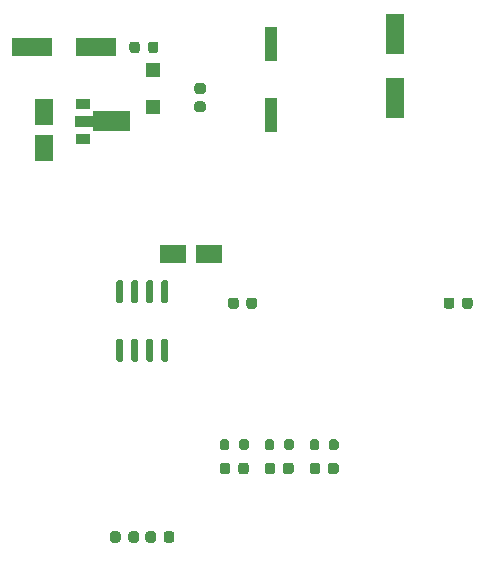
<source format=gbr>
%TF.GenerationSoftware,KiCad,Pcbnew,(5.1.10)-1*%
%TF.CreationDate,2022-02-04T19:33:21+09:00*%
%TF.ProjectId,Power,506f7765-722e-46b6-9963-61645f706362,rev?*%
%TF.SameCoordinates,Original*%
%TF.FileFunction,Paste,Bot*%
%TF.FilePolarity,Positive*%
%FSLAX46Y46*%
G04 Gerber Fmt 4.6, Leading zero omitted, Abs format (unit mm)*
G04 Created by KiCad (PCBNEW (5.1.10)-1) date 2022-02-04 19:33:21*
%MOMM*%
%LPD*%
G01*
G04 APERTURE LIST*
%ADD10R,3.500000X1.600000*%
%ADD11R,1.600000X2.200000*%
%ADD12R,1.600000X3.500000*%
%ADD13R,2.200000X1.600000*%
%ADD14R,1.000000X3.000000*%
%ADD15R,1.220000X1.150000*%
%ADD16R,1.300000X0.900000*%
%ADD17C,0.100000*%
G04 APERTURE END LIST*
D10*
%TO.C,C1*%
X-17300000Y22650000D03*
X-11900000Y22650000D03*
%TD*%
D11*
%TO.C,C2*%
X-16350000Y17150000D03*
X-16350000Y14150000D03*
%TD*%
D12*
%TO.C,C3*%
X13400000Y23800000D03*
X13400000Y18400000D03*
%TD*%
D13*
%TO.C,C4*%
X-2350000Y5150000D03*
X-5350000Y5150000D03*
%TD*%
D14*
%TO.C,C5*%
X2900000Y16900000D03*
X2900000Y22900000D03*
%TD*%
%TO.C,C6*%
G36*
G01*
X-2850000Y18725000D02*
X-3350000Y18725000D01*
G75*
G02*
X-3575000Y18950000I0J225000D01*
G01*
X-3575000Y19400000D01*
G75*
G02*
X-3350000Y19625000I225000J0D01*
G01*
X-2850000Y19625000D01*
G75*
G02*
X-2625000Y19400000I0J-225000D01*
G01*
X-2625000Y18950000D01*
G75*
G02*
X-2850000Y18725000I-225000J0D01*
G01*
G37*
G36*
G01*
X-2850000Y17175000D02*
X-3350000Y17175000D01*
G75*
G02*
X-3575000Y17400000I0J225000D01*
G01*
X-3575000Y17850000D01*
G75*
G02*
X-3350000Y18075000I225000J0D01*
G01*
X-2850000Y18075000D01*
G75*
G02*
X-2625000Y17850000I0J-225000D01*
G01*
X-2625000Y17400000D01*
G75*
G02*
X-2850000Y17175000I-225000J0D01*
G01*
G37*
%TD*%
%TO.C,C8*%
G36*
G01*
X-5275000Y-18550000D02*
X-5275000Y-19050000D01*
G75*
G02*
X-5500000Y-19275000I-225000J0D01*
G01*
X-5950000Y-19275000D01*
G75*
G02*
X-6175000Y-19050000I0J225000D01*
G01*
X-6175000Y-18550000D01*
G75*
G02*
X-5950000Y-18325000I225000J0D01*
G01*
X-5500000Y-18325000D01*
G75*
G02*
X-5275000Y-18550000I0J-225000D01*
G01*
G37*
G36*
G01*
X-6825000Y-18550000D02*
X-6825000Y-19050000D01*
G75*
G02*
X-7050000Y-19275000I-225000J0D01*
G01*
X-7500000Y-19275000D01*
G75*
G02*
X-7725000Y-19050000I0J225000D01*
G01*
X-7725000Y-18550000D01*
G75*
G02*
X-7500000Y-18325000I225000J0D01*
G01*
X-7050000Y-18325000D01*
G75*
G02*
X-6825000Y-18550000I0J-225000D01*
G01*
G37*
%TD*%
%TO.C,C9*%
G36*
G01*
X-9175000Y-19050000D02*
X-9175000Y-18550000D01*
G75*
G02*
X-8950000Y-18325000I225000J0D01*
G01*
X-8500000Y-18325000D01*
G75*
G02*
X-8275000Y-18550000I0J-225000D01*
G01*
X-8275000Y-19050000D01*
G75*
G02*
X-8500000Y-19275000I-225000J0D01*
G01*
X-8950000Y-19275000D01*
G75*
G02*
X-9175000Y-19050000I0J225000D01*
G01*
G37*
G36*
G01*
X-10725000Y-19050000D02*
X-10725000Y-18550000D01*
G75*
G02*
X-10500000Y-18325000I225000J0D01*
G01*
X-10050000Y-18325000D01*
G75*
G02*
X-9825000Y-18550000I0J-225000D01*
G01*
X-9825000Y-19050000D01*
G75*
G02*
X-10050000Y-19275000I-225000J0D01*
G01*
X-10500000Y-19275000D01*
G75*
G02*
X-10725000Y-19050000I0J225000D01*
G01*
G37*
%TD*%
%TO.C,C11*%
G36*
G01*
X7075000Y-12750000D02*
X7075000Y-13250000D01*
G75*
G02*
X6850000Y-13475000I-225000J0D01*
G01*
X6400000Y-13475000D01*
G75*
G02*
X6175000Y-13250000I0J225000D01*
G01*
X6175000Y-12750000D01*
G75*
G02*
X6400000Y-12525000I225000J0D01*
G01*
X6850000Y-12525000D01*
G75*
G02*
X7075000Y-12750000I0J-225000D01*
G01*
G37*
G36*
G01*
X8625000Y-12750000D02*
X8625000Y-13250000D01*
G75*
G02*
X8400000Y-13475000I-225000J0D01*
G01*
X7950000Y-13475000D01*
G75*
G02*
X7725000Y-13250000I0J225000D01*
G01*
X7725000Y-12750000D01*
G75*
G02*
X7950000Y-12525000I225000J0D01*
G01*
X8400000Y-12525000D01*
G75*
G02*
X8625000Y-12750000I0J-225000D01*
G01*
G37*
%TD*%
%TO.C,C12*%
G36*
G01*
X4825000Y-12750000D02*
X4825000Y-13250000D01*
G75*
G02*
X4600000Y-13475000I-225000J0D01*
G01*
X4150000Y-13475000D01*
G75*
G02*
X3925000Y-13250000I0J225000D01*
G01*
X3925000Y-12750000D01*
G75*
G02*
X4150000Y-12525000I225000J0D01*
G01*
X4600000Y-12525000D01*
G75*
G02*
X4825000Y-12750000I0J-225000D01*
G01*
G37*
G36*
G01*
X3275000Y-12750000D02*
X3275000Y-13250000D01*
G75*
G02*
X3050000Y-13475000I-225000J0D01*
G01*
X2600000Y-13475000D01*
G75*
G02*
X2375000Y-13250000I0J225000D01*
G01*
X2375000Y-12750000D01*
G75*
G02*
X2600000Y-12525000I225000J0D01*
G01*
X3050000Y-12525000D01*
G75*
G02*
X3275000Y-12750000I0J-225000D01*
G01*
G37*
%TD*%
%TO.C,C13*%
G36*
G01*
X1025000Y-12750000D02*
X1025000Y-13250000D01*
G75*
G02*
X800000Y-13475000I-225000J0D01*
G01*
X350000Y-13475000D01*
G75*
G02*
X125000Y-13250000I0J225000D01*
G01*
X125000Y-12750000D01*
G75*
G02*
X350000Y-12525000I225000J0D01*
G01*
X800000Y-12525000D01*
G75*
G02*
X1025000Y-12750000I0J-225000D01*
G01*
G37*
G36*
G01*
X-525000Y-12750000D02*
X-525000Y-13250000D01*
G75*
G02*
X-750000Y-13475000I-225000J0D01*
G01*
X-1200000Y-13475000D01*
G75*
G02*
X-1425000Y-13250000I0J225000D01*
G01*
X-1425000Y-12750000D01*
G75*
G02*
X-1200000Y-12525000I225000J0D01*
G01*
X-750000Y-12525000D01*
G75*
G02*
X-525000Y-12750000I0J-225000D01*
G01*
G37*
%TD*%
%TO.C,C20*%
G36*
G01*
X17525000Y750000D02*
X17525000Y1250000D01*
G75*
G02*
X17750000Y1475000I225000J0D01*
G01*
X18200000Y1475000D01*
G75*
G02*
X18425000Y1250000I0J-225000D01*
G01*
X18425000Y750000D01*
G75*
G02*
X18200000Y525000I-225000J0D01*
G01*
X17750000Y525000D01*
G75*
G02*
X17525000Y750000I0J225000D01*
G01*
G37*
G36*
G01*
X19075000Y750000D02*
X19075000Y1250000D01*
G75*
G02*
X19300000Y1475000I225000J0D01*
G01*
X19750000Y1475000D01*
G75*
G02*
X19975000Y1250000I0J-225000D01*
G01*
X19975000Y750000D01*
G75*
G02*
X19750000Y525000I-225000J0D01*
G01*
X19300000Y525000D01*
G75*
G02*
X19075000Y750000I0J225000D01*
G01*
G37*
%TD*%
%TO.C,C21*%
G36*
G01*
X825000Y750000D02*
X825000Y1250000D01*
G75*
G02*
X1050000Y1475000I225000J0D01*
G01*
X1500000Y1475000D01*
G75*
G02*
X1725000Y1250000I0J-225000D01*
G01*
X1725000Y750000D01*
G75*
G02*
X1500000Y525000I-225000J0D01*
G01*
X1050000Y525000D01*
G75*
G02*
X825000Y750000I0J225000D01*
G01*
G37*
G36*
G01*
X-725000Y750000D02*
X-725000Y1250000D01*
G75*
G02*
X-500000Y1475000I225000J0D01*
G01*
X-50000Y1475000D01*
G75*
G02*
X175000Y1250000I0J-225000D01*
G01*
X175000Y750000D01*
G75*
G02*
X-50000Y525000I-225000J0D01*
G01*
X-500000Y525000D01*
G75*
G02*
X-725000Y750000I0J225000D01*
G01*
G37*
%TD*%
D15*
%TO.C,D1*%
X-7100000Y20700000D03*
X-7100000Y17600000D03*
%TD*%
%TO.C,FB1*%
G36*
G01*
X-9075000Y22393750D02*
X-9075000Y22906250D01*
G75*
G02*
X-8856250Y23125000I218750J0D01*
G01*
X-8418750Y23125000D01*
G75*
G02*
X-8200000Y22906250I0J-218750D01*
G01*
X-8200000Y22393750D01*
G75*
G02*
X-8418750Y22175000I-218750J0D01*
G01*
X-8856250Y22175000D01*
G75*
G02*
X-9075000Y22393750I0J218750D01*
G01*
G37*
G36*
G01*
X-7500000Y22393750D02*
X-7500000Y22906250D01*
G75*
G02*
X-7281250Y23125000I218750J0D01*
G01*
X-6843750Y23125000D01*
G75*
G02*
X-6625000Y22906250I0J-218750D01*
G01*
X-6625000Y22393750D01*
G75*
G02*
X-6843750Y22175000I-218750J0D01*
G01*
X-7281250Y22175000D01*
G75*
G02*
X-7500000Y22393750I0J218750D01*
G01*
G37*
%TD*%
%TO.C,R5*%
G36*
G01*
X7825000Y-11275000D02*
X7825000Y-10725000D01*
G75*
G02*
X8025000Y-10525000I200000J0D01*
G01*
X8425000Y-10525000D01*
G75*
G02*
X8625000Y-10725000I0J-200000D01*
G01*
X8625000Y-11275000D01*
G75*
G02*
X8425000Y-11475000I-200000J0D01*
G01*
X8025000Y-11475000D01*
G75*
G02*
X7825000Y-11275000I0J200000D01*
G01*
G37*
G36*
G01*
X6175000Y-11275000D02*
X6175000Y-10725000D01*
G75*
G02*
X6375000Y-10525000I200000J0D01*
G01*
X6775000Y-10525000D01*
G75*
G02*
X6975000Y-10725000I0J-200000D01*
G01*
X6975000Y-11275000D01*
G75*
G02*
X6775000Y-11475000I-200000J0D01*
G01*
X6375000Y-11475000D01*
G75*
G02*
X6175000Y-11275000I0J200000D01*
G01*
G37*
%TD*%
%TO.C,R6*%
G36*
G01*
X4025000Y-11275000D02*
X4025000Y-10725000D01*
G75*
G02*
X4225000Y-10525000I200000J0D01*
G01*
X4625000Y-10525000D01*
G75*
G02*
X4825000Y-10725000I0J-200000D01*
G01*
X4825000Y-11275000D01*
G75*
G02*
X4625000Y-11475000I-200000J0D01*
G01*
X4225000Y-11475000D01*
G75*
G02*
X4025000Y-11275000I0J200000D01*
G01*
G37*
G36*
G01*
X2375000Y-11275000D02*
X2375000Y-10725000D01*
G75*
G02*
X2575000Y-10525000I200000J0D01*
G01*
X2975000Y-10525000D01*
G75*
G02*
X3175000Y-10725000I0J-200000D01*
G01*
X3175000Y-11275000D01*
G75*
G02*
X2975000Y-11475000I-200000J0D01*
G01*
X2575000Y-11475000D01*
G75*
G02*
X2375000Y-11275000I0J200000D01*
G01*
G37*
%TD*%
%TO.C,R7*%
G36*
G01*
X225000Y-11275000D02*
X225000Y-10725000D01*
G75*
G02*
X425000Y-10525000I200000J0D01*
G01*
X825000Y-10525000D01*
G75*
G02*
X1025000Y-10725000I0J-200000D01*
G01*
X1025000Y-11275000D01*
G75*
G02*
X825000Y-11475000I-200000J0D01*
G01*
X425000Y-11475000D01*
G75*
G02*
X225000Y-11275000I0J200000D01*
G01*
G37*
G36*
G01*
X-1425000Y-11275000D02*
X-1425000Y-10725000D01*
G75*
G02*
X-1225000Y-10525000I200000J0D01*
G01*
X-825000Y-10525000D01*
G75*
G02*
X-625000Y-10725000I0J-200000D01*
G01*
X-625000Y-11275000D01*
G75*
G02*
X-825000Y-11475000I-200000J0D01*
G01*
X-1225000Y-11475000D01*
G75*
G02*
X-1425000Y-11275000I0J200000D01*
G01*
G37*
%TD*%
%TO.C,RN1*%
G36*
G01*
X-5945000Y-3950000D02*
X-6245000Y-3950000D01*
G75*
G02*
X-6395000Y-3800000I0J150000D01*
G01*
X-6395000Y-2150000D01*
G75*
G02*
X-6245000Y-2000000I150000J0D01*
G01*
X-5945000Y-2000000D01*
G75*
G02*
X-5795000Y-2150000I0J-150000D01*
G01*
X-5795000Y-3800000D01*
G75*
G02*
X-5945000Y-3950000I-150000J0D01*
G01*
G37*
G36*
G01*
X-7215000Y-3950000D02*
X-7515000Y-3950000D01*
G75*
G02*
X-7665000Y-3800000I0J150000D01*
G01*
X-7665000Y-2150000D01*
G75*
G02*
X-7515000Y-2000000I150000J0D01*
G01*
X-7215000Y-2000000D01*
G75*
G02*
X-7065000Y-2150000I0J-150000D01*
G01*
X-7065000Y-3800000D01*
G75*
G02*
X-7215000Y-3950000I-150000J0D01*
G01*
G37*
G36*
G01*
X-8485000Y-3950000D02*
X-8785000Y-3950000D01*
G75*
G02*
X-8935000Y-3800000I0J150000D01*
G01*
X-8935000Y-2150000D01*
G75*
G02*
X-8785000Y-2000000I150000J0D01*
G01*
X-8485000Y-2000000D01*
G75*
G02*
X-8335000Y-2150000I0J-150000D01*
G01*
X-8335000Y-3800000D01*
G75*
G02*
X-8485000Y-3950000I-150000J0D01*
G01*
G37*
G36*
G01*
X-9755000Y-3950000D02*
X-10055000Y-3950000D01*
G75*
G02*
X-10205000Y-3800000I0J150000D01*
G01*
X-10205000Y-2150000D01*
G75*
G02*
X-10055000Y-2000000I150000J0D01*
G01*
X-9755000Y-2000000D01*
G75*
G02*
X-9605000Y-2150000I0J-150000D01*
G01*
X-9605000Y-3800000D01*
G75*
G02*
X-9755000Y-3950000I-150000J0D01*
G01*
G37*
G36*
G01*
X-9755000Y1000000D02*
X-10055000Y1000000D01*
G75*
G02*
X-10205000Y1150000I0J150000D01*
G01*
X-10205000Y2800000D01*
G75*
G02*
X-10055000Y2950000I150000J0D01*
G01*
X-9755000Y2950000D01*
G75*
G02*
X-9605000Y2800000I0J-150000D01*
G01*
X-9605000Y1150000D01*
G75*
G02*
X-9755000Y1000000I-150000J0D01*
G01*
G37*
G36*
G01*
X-8485000Y1000000D02*
X-8785000Y1000000D01*
G75*
G02*
X-8935000Y1150000I0J150000D01*
G01*
X-8935000Y2800000D01*
G75*
G02*
X-8785000Y2950000I150000J0D01*
G01*
X-8485000Y2950000D01*
G75*
G02*
X-8335000Y2800000I0J-150000D01*
G01*
X-8335000Y1150000D01*
G75*
G02*
X-8485000Y1000000I-150000J0D01*
G01*
G37*
G36*
G01*
X-7215000Y1000000D02*
X-7515000Y1000000D01*
G75*
G02*
X-7665000Y1150000I0J150000D01*
G01*
X-7665000Y2800000D01*
G75*
G02*
X-7515000Y2950000I150000J0D01*
G01*
X-7215000Y2950000D01*
G75*
G02*
X-7065000Y2800000I0J-150000D01*
G01*
X-7065000Y1150000D01*
G75*
G02*
X-7215000Y1000000I-150000J0D01*
G01*
G37*
G36*
G01*
X-5945000Y1000000D02*
X-6245000Y1000000D01*
G75*
G02*
X-6395000Y1150000I0J150000D01*
G01*
X-6395000Y2800000D01*
G75*
G02*
X-6245000Y2950000I150000J0D01*
G01*
X-5945000Y2950000D01*
G75*
G02*
X-5795000Y2800000I0J-150000D01*
G01*
X-5795000Y1150000D01*
G75*
G02*
X-5945000Y1000000I-150000J0D01*
G01*
G37*
%TD*%
D16*
%TO.C,U1*%
X-13000000Y14900000D03*
X-13000000Y17900000D03*
D17*
G36*
X-9050000Y15533500D02*
G01*
X-12175000Y15533500D01*
X-12175000Y15950000D01*
X-13650000Y15950000D01*
X-13650000Y16850000D01*
X-12175000Y16850000D01*
X-12175000Y17266500D01*
X-9050000Y17266500D01*
X-9050000Y15533500D01*
G37*
%TD*%
M02*

</source>
